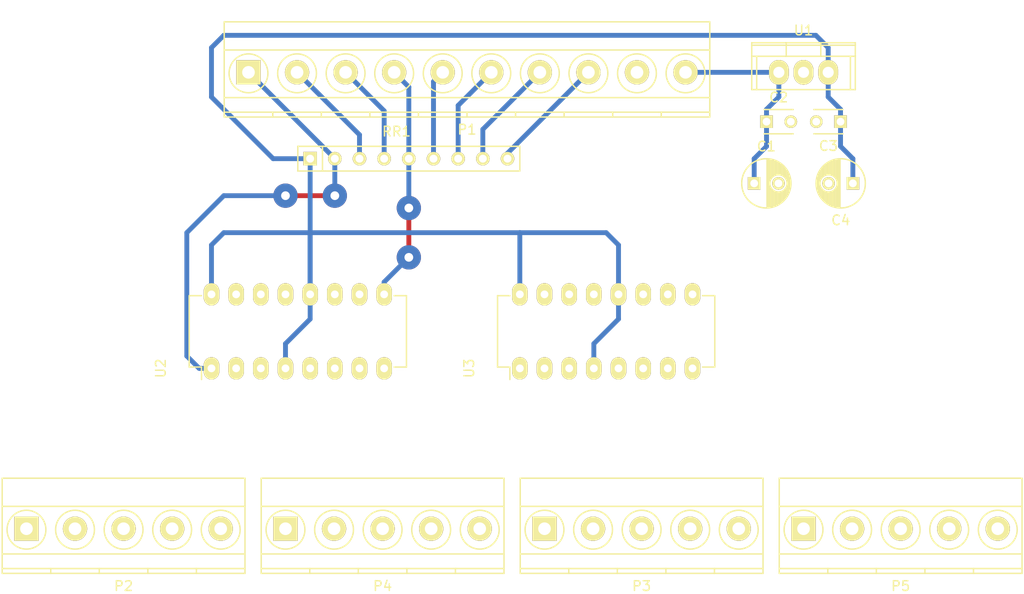
<source format=kicad_pcb>
(kicad_pcb (version 4) (host pcbnew 4.0.2+dfsg1-stable)

  (general
    (links 55)
    (no_connects 37)
    (area 0 0 0 0)
    (thickness 1.6)
    (drawings 0)
    (tracks 62)
    (zones 0)
    (modules 13)
    (nets 28)
  )

  (page A4)
  (layers
    (0 F.Cu signal)
    (31 B.Cu signal)
    (32 B.Adhes user)
    (33 F.Adhes user)
    (34 B.Paste user)
    (35 F.Paste user)
    (36 B.SilkS user)
    (37 F.SilkS user)
    (38 B.Mask user)
    (39 F.Mask user)
    (40 Dwgs.User user)
    (41 Cmts.User user)
    (42 Eco1.User user)
    (43 Eco2.User user)
    (44 Edge.Cuts user)
    (45 Margin user)
    (46 B.CrtYd user)
    (47 F.CrtYd user)
    (48 B.Fab user)
    (49 F.Fab user)
  )

  (setup
    (last_trace_width 0.5)
    (trace_clearance 0.5)
    (zone_clearance 0.508)
    (zone_45_only no)
    (trace_min 0.2)
    (segment_width 0.2)
    (edge_width 0.15)
    (via_size 2.5)
    (via_drill 0.9)
    (via_min_size 0.4)
    (via_min_drill 0.3)
    (uvia_size 0.3)
    (uvia_drill 0.1)
    (uvias_allowed no)
    (uvia_min_size 0.2)
    (uvia_min_drill 0.1)
    (pcb_text_width 0.3)
    (pcb_text_size 1.5 1.5)
    (mod_edge_width 0.15)
    (mod_text_size 1 1)
    (mod_text_width 0.15)
    (pad_size 1.524 1.524)
    (pad_drill 0.762)
    (pad_to_mask_clearance 0.2)
    (aux_axis_origin 0 0)
    (visible_elements FFFFFF7F)
    (pcbplotparams
      (layerselection 0x00030_80000001)
      (usegerberextensions false)
      (excludeedgelayer true)
      (linewidth 0.100000)
      (plotframeref false)
      (viasonmask false)
      (mode 1)
      (useauxorigin false)
      (hpglpennumber 1)
      (hpglpenspeed 20)
      (hpglpendiameter 15)
      (hpglpenoverlay 2)
      (psnegative false)
      (psa4output false)
      (plotreference true)
      (plotvalue true)
      (plotinvisibletext false)
      (padsonsilk false)
      (subtractmaskfromsilk false)
      (outputformat 1)
      (mirror false)
      (drillshape 1)
      (scaleselection 1)
      (outputdirectory ""))
  )

  (net 0 "")
  (net 1 GND)
  (net 2 +5V)
  (net 3 "Net-(C1-Pad1)")
  (net 4 /a_dir)
  (net 5 /a_step)
  (net 6 /z_dir)
  (net 7 /z_step)
  (net 8 /y_dir)
  (net 9 /y_step)
  (net 10 /x_step)
  (net 11 /x_dir)
  (net 12 /x_dir-)
  (net 13 /x_dir+)
  (net 14 /x_step+)
  (net 15 /x_step-)
  (net 16 /z_dir-)
  (net 17 /z_dir+)
  (net 18 /z_step+)
  (net 19 /z_step-)
  (net 20 /y_dir-)
  (net 21 /y_dir+)
  (net 22 /y_step+)
  (net 23 /y_step-)
  (net 24 /a_dir-)
  (net 25 /a_dir+)
  (net 26 /a_step+)
  (net 27 /a_step-)

  (net_class Default "This is the default net class."
    (clearance 0.5)
    (trace_width 0.5)
    (via_dia 2.5)
    (via_drill 0.9)
    (uvia_dia 0.3)
    (uvia_drill 0.1)
    (add_net +5V)
    (add_net /a_dir)
    (add_net /a_dir+)
    (add_net /a_dir-)
    (add_net /a_step)
    (add_net /a_step+)
    (add_net /a_step-)
    (add_net /x_dir)
    (add_net /x_dir+)
    (add_net /x_dir-)
    (add_net /x_step)
    (add_net /x_step+)
    (add_net /x_step-)
    (add_net /y_dir)
    (add_net /y_dir+)
    (add_net /y_dir-)
    (add_net /y_step)
    (add_net /y_step+)
    (add_net /y_step-)
    (add_net /z_dir)
    (add_net /z_dir+)
    (add_net /z_dir-)
    (add_net /z_step)
    (add_net /z_step+)
    (add_net /z_step-)
    (add_net GND)
    (add_net "Net-(C1-Pad1)")
  )

  (module Terminal_Blocks:TerminalBlock_Pheonix_MKDS1.5-10pol (layer F.Cu) (tedit 563004B8) (tstamp 58960365)
    (at 59.69 44.45)
    (descr "10-way 5mm pitch terminal block, Phoenix MKDS series")
    (path /589603B3)
    (fp_text reference P1 (at 22.5 5.9) (layer F.SilkS)
      (effects (font (size 1 1) (thickness 0.15)))
    )
    (fp_text value CONN_01X10 (at 22.5 -6.6) (layer F.Fab)
      (effects (font (size 1 1) (thickness 0.15)))
    )
    (fp_line (start -2.7 4.8) (end 47.7 4.8) (layer F.CrtYd) (width 0.05))
    (fp_line (start -2.7 -5.4) (end -2.7 4.8) (layer F.CrtYd) (width 0.05))
    (fp_line (start 47.7 -5.4) (end -2.7 -5.4) (layer F.CrtYd) (width 0.05))
    (fp_line (start 47.7 4.8) (end 47.7 -5.4) (layer F.CrtYd) (width 0.05))
    (fp_circle (center 45 0.1) (end 43 0.1) (layer F.SilkS) (width 0.15))
    (fp_line (start 42.5 4.1) (end 42.5 4.6) (layer F.SilkS) (width 0.15))
    (fp_line (start 37.5 4.1) (end 37.5 4.6) (layer F.SilkS) (width 0.15))
    (fp_circle (center 40 0.1) (end 38 0.1) (layer F.SilkS) (width 0.15))
    (fp_circle (center 35 0.1) (end 33 0.1) (layer F.SilkS) (width 0.15))
    (fp_line (start 32.5 4.1) (end 32.5 4.6) (layer F.SilkS) (width 0.15))
    (fp_line (start 27.5 4.1) (end 27.5 4.6) (layer F.SilkS) (width 0.15))
    (fp_circle (center 30 0.1) (end 28 0.1) (layer F.SilkS) (width 0.15))
    (fp_circle (center 25 0.1) (end 23 0.1) (layer F.SilkS) (width 0.15))
    (fp_line (start 22.5 4.1) (end 22.5 4.6) (layer F.SilkS) (width 0.15))
    (fp_line (start 17.5 4.1) (end 17.5 4.6) (layer F.SilkS) (width 0.15))
    (fp_circle (center 20 0.1) (end 18 0.1) (layer F.SilkS) (width 0.15))
    (fp_line (start 12.5 4.1) (end 12.5 4.6) (layer F.SilkS) (width 0.15))
    (fp_circle (center 15 0.1) (end 13 0.1) (layer F.SilkS) (width 0.15))
    (fp_circle (center 10 0.1) (end 8 0.1) (layer F.SilkS) (width 0.15))
    (fp_line (start 7.5 4.1) (end 7.5 4.6) (layer F.SilkS) (width 0.15))
    (fp_line (start 2.5 4.1) (end 2.5 4.6) (layer F.SilkS) (width 0.15))
    (fp_circle (center 5 0.1) (end 3 0.1) (layer F.SilkS) (width 0.15))
    (fp_circle (center 0 0.1) (end 2 0.1) (layer F.SilkS) (width 0.15))
    (fp_line (start -2.5 2.6) (end 47.5 2.6) (layer F.SilkS) (width 0.15))
    (fp_line (start -2.5 -2.3) (end 47.5 -2.3) (layer F.SilkS) (width 0.15))
    (fp_line (start -2.5 4.1) (end 47.5 4.1) (layer F.SilkS) (width 0.15))
    (fp_line (start -2.5 4.6) (end 47.5 4.6) (layer F.SilkS) (width 0.15))
    (fp_line (start 47.5 4.6) (end 47.5 -5.2) (layer F.SilkS) (width 0.15))
    (fp_line (start 47.5 -5.2) (end -2.5 -5.2) (layer F.SilkS) (width 0.15))
    (fp_line (start -2.5 -5.2) (end -2.5 4.6) (layer F.SilkS) (width 0.15))
    (pad 10 thru_hole circle (at 45 0) (size 2.5 2.5) (drill 1.3) (layers *.Cu *.Mask F.SilkS)
      (net 3 "Net-(C1-Pad1)"))
    (pad 9 thru_hole circle (at 40 0) (size 2.5 2.5) (drill 1.3) (layers *.Cu *.Mask F.SilkS)
      (net 1 GND))
    (pad 8 thru_hole circle (at 35 0) (size 2.5 2.5) (drill 1.3) (layers *.Cu *.Mask F.SilkS)
      (net 4 /a_dir))
    (pad 7 thru_hole circle (at 30 0) (size 2.5 2.5) (drill 1.3) (layers *.Cu *.Mask F.SilkS)
      (net 5 /a_step))
    (pad 6 thru_hole circle (at 25 0) (size 2.5 2.5) (drill 1.3) (layers *.Cu *.Mask F.SilkS)
      (net 6 /z_dir))
    (pad 5 thru_hole circle (at 20 0) (size 2.5 2.5) (drill 1.3) (layers *.Cu *.Mask F.SilkS)
      (net 7 /z_step))
    (pad 4 thru_hole circle (at 15 0) (size 2.5 2.5) (drill 1.3) (layers *.Cu *.Mask F.SilkS)
      (net 8 /y_dir))
    (pad 3 thru_hole circle (at 10 0) (size 2.5 2.5) (drill 1.3) (layers *.Cu *.Mask F.SilkS)
      (net 9 /y_step))
    (pad 1 thru_hole rect (at 0 0) (size 2.5 2.5) (drill 1.3) (layers *.Cu *.Mask F.SilkS)
      (net 10 /x_step))
    (pad 2 thru_hole circle (at 5 0) (size 2.5 2.5) (drill 1.3) (layers *.Cu *.Mask F.SilkS)
      (net 11 /x_dir))
    (model Terminal_Blocks.3dshapes/TerminalBlock_Pheonix_MKDS1.5-10pol.wrl
      (at (xyz 0.8858 0 0))
      (scale (xyz 1 1 1))
      (rotate (xyz 0 0 0))
    )
  )

  (module Terminal_Blocks:TerminalBlock_Pheonix_MKDS1.5-5pol (layer F.Cu) (tedit 5630087B) (tstamp 5896036E)
    (at 36.83 91.44)
    (descr "5-way 5mm pitch terminal block, Phoenix MKDS series")
    (path /5896046E)
    (fp_text reference P2 (at 10 5.9) (layer F.SilkS)
      (effects (font (size 1 1) (thickness 0.15)))
    )
    (fp_text value CONN_01X05 (at 10 -6.6) (layer F.Fab)
      (effects (font (size 1 1) (thickness 0.15)))
    )
    (fp_line (start -2.7 4.8) (end 22.7 4.8) (layer F.CrtYd) (width 0.05))
    (fp_line (start -2.7 -5.4) (end -2.7 4.8) (layer F.CrtYd) (width 0.05))
    (fp_line (start 22.7 -5.4) (end -2.7 -5.4) (layer F.CrtYd) (width 0.05))
    (fp_line (start 22.7 4.8) (end 22.7 -5.4) (layer F.CrtYd) (width 0.05))
    (fp_line (start 17.5 4.1) (end 17.5 4.6) (layer F.SilkS) (width 0.15))
    (fp_circle (center 20 0.1) (end 18 0.1) (layer F.SilkS) (width 0.15))
    (fp_line (start 12.5 4.1) (end 12.5 4.6) (layer F.SilkS) (width 0.15))
    (fp_circle (center 15 0.1) (end 13 0.1) (layer F.SilkS) (width 0.15))
    (fp_circle (center 10 0.1) (end 8 0.1) (layer F.SilkS) (width 0.15))
    (fp_line (start 7.5 4.1) (end 7.5 4.6) (layer F.SilkS) (width 0.15))
    (fp_line (start 2.5 4.1) (end 2.5 4.6) (layer F.SilkS) (width 0.15))
    (fp_circle (center 5 0.1) (end 3 0.1) (layer F.SilkS) (width 0.15))
    (fp_circle (center 0 0.1) (end 2 0.1) (layer F.SilkS) (width 0.15))
    (fp_line (start -2.5 2.6) (end 22.5 2.6) (layer F.SilkS) (width 0.15))
    (fp_line (start -2.5 -2.3) (end 22.5 -2.3) (layer F.SilkS) (width 0.15))
    (fp_line (start -2.5 4.1) (end 22.5 4.1) (layer F.SilkS) (width 0.15))
    (fp_line (start -2.5 4.6) (end 22.5 4.6) (layer F.SilkS) (width 0.15))
    (fp_line (start 22.5 4.6) (end 22.5 -5.2) (layer F.SilkS) (width 0.15))
    (fp_line (start 22.5 -5.2) (end -2.5 -5.2) (layer F.SilkS) (width 0.15))
    (fp_line (start -2.5 -5.2) (end -2.5 4.6) (layer F.SilkS) (width 0.15))
    (pad 5 thru_hole circle (at 20 0) (size 2.5 2.5) (drill 1.3) (layers *.Cu *.Mask F.SilkS)
      (net 1 GND))
    (pad 4 thru_hole circle (at 15 0) (size 2.5 2.5) (drill 1.3) (layers *.Cu *.Mask F.SilkS)
      (net 12 /x_dir-))
    (pad 3 thru_hole circle (at 10 0) (size 2.5 2.5) (drill 1.3) (layers *.Cu *.Mask F.SilkS)
      (net 13 /x_dir+))
    (pad 1 thru_hole rect (at 0 0) (size 2.5 2.5) (drill 1.3) (layers *.Cu *.Mask F.SilkS)
      (net 14 /x_step+))
    (pad 2 thru_hole circle (at 5 0) (size 2.5 2.5) (drill 1.3) (layers *.Cu *.Mask F.SilkS)
      (net 15 /x_step-))
    (model Terminal_Blocks.3dshapes/TerminalBlock_Pheonix_MKDS1.5-5pol.wrl
      (at (xyz 0.3937 0 0))
      (scale (xyz 1 1 1))
      (rotate (xyz 0 0 0))
    )
  )

  (module Terminal_Blocks:TerminalBlock_Pheonix_MKDS1.5-5pol (layer F.Cu) (tedit 5630087B) (tstamp 58960377)
    (at 90.17 91.44)
    (descr "5-way 5mm pitch terminal block, Phoenix MKDS series")
    (path /58962BE1)
    (fp_text reference P3 (at 10 5.9) (layer F.SilkS)
      (effects (font (size 1 1) (thickness 0.15)))
    )
    (fp_text value CONN_01X05 (at 10 -6.6) (layer F.Fab)
      (effects (font (size 1 1) (thickness 0.15)))
    )
    (fp_line (start -2.7 4.8) (end 22.7 4.8) (layer F.CrtYd) (width 0.05))
    (fp_line (start -2.7 -5.4) (end -2.7 4.8) (layer F.CrtYd) (width 0.05))
    (fp_line (start 22.7 -5.4) (end -2.7 -5.4) (layer F.CrtYd) (width 0.05))
    (fp_line (start 22.7 4.8) (end 22.7 -5.4) (layer F.CrtYd) (width 0.05))
    (fp_line (start 17.5 4.1) (end 17.5 4.6) (layer F.SilkS) (width 0.15))
    (fp_circle (center 20 0.1) (end 18 0.1) (layer F.SilkS) (width 0.15))
    (fp_line (start 12.5 4.1) (end 12.5 4.6) (layer F.SilkS) (width 0.15))
    (fp_circle (center 15 0.1) (end 13 0.1) (layer F.SilkS) (width 0.15))
    (fp_circle (center 10 0.1) (end 8 0.1) (layer F.SilkS) (width 0.15))
    (fp_line (start 7.5 4.1) (end 7.5 4.6) (layer F.SilkS) (width 0.15))
    (fp_line (start 2.5 4.1) (end 2.5 4.6) (layer F.SilkS) (width 0.15))
    (fp_circle (center 5 0.1) (end 3 0.1) (layer F.SilkS) (width 0.15))
    (fp_circle (center 0 0.1) (end 2 0.1) (layer F.SilkS) (width 0.15))
    (fp_line (start -2.5 2.6) (end 22.5 2.6) (layer F.SilkS) (width 0.15))
    (fp_line (start -2.5 -2.3) (end 22.5 -2.3) (layer F.SilkS) (width 0.15))
    (fp_line (start -2.5 4.1) (end 22.5 4.1) (layer F.SilkS) (width 0.15))
    (fp_line (start -2.5 4.6) (end 22.5 4.6) (layer F.SilkS) (width 0.15))
    (fp_line (start 22.5 4.6) (end 22.5 -5.2) (layer F.SilkS) (width 0.15))
    (fp_line (start 22.5 -5.2) (end -2.5 -5.2) (layer F.SilkS) (width 0.15))
    (fp_line (start -2.5 -5.2) (end -2.5 4.6) (layer F.SilkS) (width 0.15))
    (pad 5 thru_hole circle (at 20 0) (size 2.5 2.5) (drill 1.3) (layers *.Cu *.Mask F.SilkS)
      (net 1 GND))
    (pad 4 thru_hole circle (at 15 0) (size 2.5 2.5) (drill 1.3) (layers *.Cu *.Mask F.SilkS)
      (net 16 /z_dir-))
    (pad 3 thru_hole circle (at 10 0) (size 2.5 2.5) (drill 1.3) (layers *.Cu *.Mask F.SilkS)
      (net 17 /z_dir+))
    (pad 1 thru_hole rect (at 0 0) (size 2.5 2.5) (drill 1.3) (layers *.Cu *.Mask F.SilkS)
      (net 18 /z_step+))
    (pad 2 thru_hole circle (at 5 0) (size 2.5 2.5) (drill 1.3) (layers *.Cu *.Mask F.SilkS)
      (net 19 /z_step-))
    (model Terminal_Blocks.3dshapes/TerminalBlock_Pheonix_MKDS1.5-5pol.wrl
      (at (xyz 0.3937 0 0))
      (scale (xyz 1 1 1))
      (rotate (xyz 0 0 0))
    )
  )

  (module Terminal_Blocks:TerminalBlock_Pheonix_MKDS1.5-5pol (layer F.Cu) (tedit 5630087B) (tstamp 58960380)
    (at 63.5 91.44)
    (descr "5-way 5mm pitch terminal block, Phoenix MKDS series")
    (path /58960509)
    (fp_text reference P4 (at 10 5.9) (layer F.SilkS)
      (effects (font (size 1 1) (thickness 0.15)))
    )
    (fp_text value CONN_01X05 (at 10 -6.6) (layer F.Fab)
      (effects (font (size 1 1) (thickness 0.15)))
    )
    (fp_line (start -2.7 4.8) (end 22.7 4.8) (layer F.CrtYd) (width 0.05))
    (fp_line (start -2.7 -5.4) (end -2.7 4.8) (layer F.CrtYd) (width 0.05))
    (fp_line (start 22.7 -5.4) (end -2.7 -5.4) (layer F.CrtYd) (width 0.05))
    (fp_line (start 22.7 4.8) (end 22.7 -5.4) (layer F.CrtYd) (width 0.05))
    (fp_line (start 17.5 4.1) (end 17.5 4.6) (layer F.SilkS) (width 0.15))
    (fp_circle (center 20 0.1) (end 18 0.1) (layer F.SilkS) (width 0.15))
    (fp_line (start 12.5 4.1) (end 12.5 4.6) (layer F.SilkS) (width 0.15))
    (fp_circle (center 15 0.1) (end 13 0.1) (layer F.SilkS) (width 0.15))
    (fp_circle (center 10 0.1) (end 8 0.1) (layer F.SilkS) (width 0.15))
    (fp_line (start 7.5 4.1) (end 7.5 4.6) (layer F.SilkS) (width 0.15))
    (fp_line (start 2.5 4.1) (end 2.5 4.6) (layer F.SilkS) (width 0.15))
    (fp_circle (center 5 0.1) (end 3 0.1) (layer F.SilkS) (width 0.15))
    (fp_circle (center 0 0.1) (end 2 0.1) (layer F.SilkS) (width 0.15))
    (fp_line (start -2.5 2.6) (end 22.5 2.6) (layer F.SilkS) (width 0.15))
    (fp_line (start -2.5 -2.3) (end 22.5 -2.3) (layer F.SilkS) (width 0.15))
    (fp_line (start -2.5 4.1) (end 22.5 4.1) (layer F.SilkS) (width 0.15))
    (fp_line (start -2.5 4.6) (end 22.5 4.6) (layer F.SilkS) (width 0.15))
    (fp_line (start 22.5 4.6) (end 22.5 -5.2) (layer F.SilkS) (width 0.15))
    (fp_line (start 22.5 -5.2) (end -2.5 -5.2) (layer F.SilkS) (width 0.15))
    (fp_line (start -2.5 -5.2) (end -2.5 4.6) (layer F.SilkS) (width 0.15))
    (pad 5 thru_hole circle (at 20 0) (size 2.5 2.5) (drill 1.3) (layers *.Cu *.Mask F.SilkS)
      (net 1 GND))
    (pad 4 thru_hole circle (at 15 0) (size 2.5 2.5) (drill 1.3) (layers *.Cu *.Mask F.SilkS)
      (net 20 /y_dir-))
    (pad 3 thru_hole circle (at 10 0) (size 2.5 2.5) (drill 1.3) (layers *.Cu *.Mask F.SilkS)
      (net 21 /y_dir+))
    (pad 1 thru_hole rect (at 0 0) (size 2.5 2.5) (drill 1.3) (layers *.Cu *.Mask F.SilkS)
      (net 22 /y_step+))
    (pad 2 thru_hole circle (at 5 0) (size 2.5 2.5) (drill 1.3) (layers *.Cu *.Mask F.SilkS)
      (net 23 /y_step-))
    (model Terminal_Blocks.3dshapes/TerminalBlock_Pheonix_MKDS1.5-5pol.wrl
      (at (xyz 0.3937 0 0))
      (scale (xyz 1 1 1))
      (rotate (xyz 0 0 0))
    )
  )

  (module Terminal_Blocks:TerminalBlock_Pheonix_MKDS1.5-5pol (layer F.Cu) (tedit 5630087B) (tstamp 58960389)
    (at 116.84 91.44)
    (descr "5-way 5mm pitch terminal block, Phoenix MKDS series")
    (path /58962BE7)
    (fp_text reference P5 (at 10 5.9) (layer F.SilkS)
      (effects (font (size 1 1) (thickness 0.15)))
    )
    (fp_text value CONN_01X05 (at 10 -6.6) (layer F.Fab)
      (effects (font (size 1 1) (thickness 0.15)))
    )
    (fp_line (start -2.7 4.8) (end 22.7 4.8) (layer F.CrtYd) (width 0.05))
    (fp_line (start -2.7 -5.4) (end -2.7 4.8) (layer F.CrtYd) (width 0.05))
    (fp_line (start 22.7 -5.4) (end -2.7 -5.4) (layer F.CrtYd) (width 0.05))
    (fp_line (start 22.7 4.8) (end 22.7 -5.4) (layer F.CrtYd) (width 0.05))
    (fp_line (start 17.5 4.1) (end 17.5 4.6) (layer F.SilkS) (width 0.15))
    (fp_circle (center 20 0.1) (end 18 0.1) (layer F.SilkS) (width 0.15))
    (fp_line (start 12.5 4.1) (end 12.5 4.6) (layer F.SilkS) (width 0.15))
    (fp_circle (center 15 0.1) (end 13 0.1) (layer F.SilkS) (width 0.15))
    (fp_circle (center 10 0.1) (end 8 0.1) (layer F.SilkS) (width 0.15))
    (fp_line (start 7.5 4.1) (end 7.5 4.6) (layer F.SilkS) (width 0.15))
    (fp_line (start 2.5 4.1) (end 2.5 4.6) (layer F.SilkS) (width 0.15))
    (fp_circle (center 5 0.1) (end 3 0.1) (layer F.SilkS) (width 0.15))
    (fp_circle (center 0 0.1) (end 2 0.1) (layer F.SilkS) (width 0.15))
    (fp_line (start -2.5 2.6) (end 22.5 2.6) (layer F.SilkS) (width 0.15))
    (fp_line (start -2.5 -2.3) (end 22.5 -2.3) (layer F.SilkS) (width 0.15))
    (fp_line (start -2.5 4.1) (end 22.5 4.1) (layer F.SilkS) (width 0.15))
    (fp_line (start -2.5 4.6) (end 22.5 4.6) (layer F.SilkS) (width 0.15))
    (fp_line (start 22.5 4.6) (end 22.5 -5.2) (layer F.SilkS) (width 0.15))
    (fp_line (start 22.5 -5.2) (end -2.5 -5.2) (layer F.SilkS) (width 0.15))
    (fp_line (start -2.5 -5.2) (end -2.5 4.6) (layer F.SilkS) (width 0.15))
    (pad 5 thru_hole circle (at 20 0) (size 2.5 2.5) (drill 1.3) (layers *.Cu *.Mask F.SilkS)
      (net 1 GND))
    (pad 4 thru_hole circle (at 15 0) (size 2.5 2.5) (drill 1.3) (layers *.Cu *.Mask F.SilkS)
      (net 24 /a_dir-))
    (pad 3 thru_hole circle (at 10 0) (size 2.5 2.5) (drill 1.3) (layers *.Cu *.Mask F.SilkS)
      (net 25 /a_dir+))
    (pad 1 thru_hole rect (at 0 0) (size 2.5 2.5) (drill 1.3) (layers *.Cu *.Mask F.SilkS)
      (net 26 /a_step+))
    (pad 2 thru_hole circle (at 5 0) (size 2.5 2.5) (drill 1.3) (layers *.Cu *.Mask F.SilkS)
      (net 27 /a_step-))
    (model Terminal_Blocks.3dshapes/TerminalBlock_Pheonix_MKDS1.5-5pol.wrl
      (at (xyz 0.3937 0 0))
      (scale (xyz 1 1 1))
      (rotate (xyz 0 0 0))
    )
  )

  (module Power_Integrations:TO-220 (layer F.Cu) (tedit 0) (tstamp 58960390)
    (at 116.84 44.45)
    (descr "Non Isolated JEDEC TO-220 Package")
    (tags "Power Integration YN Package")
    (path /5896010F)
    (fp_text reference U1 (at 0 -4.318) (layer F.SilkS)
      (effects (font (size 1 1) (thickness 0.15)))
    )
    (fp_text value LM7805CT (at 0 -4.318) (layer F.Fab)
      (effects (font (size 1 1) (thickness 0.15)))
    )
    (fp_line (start 4.826 -1.651) (end 4.826 1.778) (layer F.SilkS) (width 0.15))
    (fp_line (start -4.826 -1.651) (end -4.826 1.778) (layer F.SilkS) (width 0.15))
    (fp_line (start 5.334 -2.794) (end -5.334 -2.794) (layer F.SilkS) (width 0.15))
    (fp_line (start 1.778 -1.778) (end 1.778 -3.048) (layer F.SilkS) (width 0.15))
    (fp_line (start -1.778 -1.778) (end -1.778 -3.048) (layer F.SilkS) (width 0.15))
    (fp_line (start -5.334 -1.651) (end 5.334 -1.651) (layer F.SilkS) (width 0.15))
    (fp_line (start 5.334 1.778) (end -5.334 1.778) (layer F.SilkS) (width 0.15))
    (fp_line (start -5.334 -3.048) (end -5.334 1.778) (layer F.SilkS) (width 0.15))
    (fp_line (start 5.334 -3.048) (end 5.334 1.778) (layer F.SilkS) (width 0.15))
    (fp_line (start 5.334 -3.048) (end -5.334 -3.048) (layer F.SilkS) (width 0.15))
    (pad 2 thru_hole oval (at 0 0) (size 2.032 2.54) (drill 1.143) (layers *.Cu *.Mask F.SilkS)
      (net 1 GND))
    (pad 3 thru_hole oval (at 2.54 0) (size 2.032 2.54) (drill 1.143) (layers *.Cu *.Mask F.SilkS)
      (net 2 +5V))
    (pad 1 thru_hole oval (at -2.54 0) (size 2.032 2.54) (drill 1.143) (layers *.Cu *.Mask F.SilkS)
      (net 3 "Net-(C1-Pad1)"))
  )

  (module Housings_DIP:DIP-16_W7.62mm_LongPads (layer F.Cu) (tedit 54130A77) (tstamp 589603A4)
    (at 55.88 74.93 90)
    (descr "16-lead dip package, row spacing 7.62 mm (300 mils), longer pads")
    (tags "dil dip 2.54 300")
    (path /5895FDC0)
    (fp_text reference U2 (at 0 -5.22 90) (layer F.SilkS)
      (effects (font (size 1 1) (thickness 0.15)))
    )
    (fp_text value SN75174N (at 0 -3.72 90) (layer F.Fab)
      (effects (font (size 1 1) (thickness 0.15)))
    )
    (fp_line (start -1.4 -2.45) (end -1.4 20.25) (layer F.CrtYd) (width 0.05))
    (fp_line (start 9 -2.45) (end 9 20.25) (layer F.CrtYd) (width 0.05))
    (fp_line (start -1.4 -2.45) (end 9 -2.45) (layer F.CrtYd) (width 0.05))
    (fp_line (start -1.4 20.25) (end 9 20.25) (layer F.CrtYd) (width 0.05))
    (fp_line (start 0.135 -2.295) (end 0.135 -1.025) (layer F.SilkS) (width 0.15))
    (fp_line (start 7.485 -2.295) (end 7.485 -1.025) (layer F.SilkS) (width 0.15))
    (fp_line (start 7.485 20.075) (end 7.485 18.805) (layer F.SilkS) (width 0.15))
    (fp_line (start 0.135 20.075) (end 0.135 18.805) (layer F.SilkS) (width 0.15))
    (fp_line (start 0.135 -2.295) (end 7.485 -2.295) (layer F.SilkS) (width 0.15))
    (fp_line (start 0.135 20.075) (end 7.485 20.075) (layer F.SilkS) (width 0.15))
    (fp_line (start 0.135 -1.025) (end -1.15 -1.025) (layer F.SilkS) (width 0.15))
    (pad 1 thru_hole oval (at 0 0 90) (size 2.3 1.6) (drill 0.8) (layers *.Cu *.Mask F.SilkS)
      (net 10 /x_step))
    (pad 2 thru_hole oval (at 0 2.54 90) (size 2.3 1.6) (drill 0.8) (layers *.Cu *.Mask F.SilkS)
      (net 14 /x_step+))
    (pad 3 thru_hole oval (at 0 5.08 90) (size 2.3 1.6) (drill 0.8) (layers *.Cu *.Mask F.SilkS)
      (net 15 /x_step-))
    (pad 4 thru_hole oval (at 0 7.62 90) (size 2.3 1.6) (drill 0.8) (layers *.Cu *.Mask F.SilkS)
      (net 2 +5V))
    (pad 5 thru_hole oval (at 0 10.16 90) (size 2.3 1.6) (drill 0.8) (layers *.Cu *.Mask F.SilkS)
      (net 12 /x_dir-))
    (pad 6 thru_hole oval (at 0 12.7 90) (size 2.3 1.6) (drill 0.8) (layers *.Cu *.Mask F.SilkS)
      (net 13 /x_dir+))
    (pad 7 thru_hole oval (at 0 15.24 90) (size 2.3 1.6) (drill 0.8) (layers *.Cu *.Mask F.SilkS)
      (net 11 /x_dir))
    (pad 8 thru_hole oval (at 0 17.78 90) (size 2.3 1.6) (drill 0.8) (layers *.Cu *.Mask F.SilkS)
      (net 1 GND))
    (pad 9 thru_hole oval (at 7.62 17.78 90) (size 2.3 1.6) (drill 0.8) (layers *.Cu *.Mask F.SilkS)
      (net 8 /y_dir))
    (pad 10 thru_hole oval (at 7.62 15.24 90) (size 2.3 1.6) (drill 0.8) (layers *.Cu *.Mask F.SilkS)
      (net 22 /y_step+))
    (pad 11 thru_hole oval (at 7.62 12.7 90) (size 2.3 1.6) (drill 0.8) (layers *.Cu *.Mask F.SilkS)
      (net 23 /y_step-))
    (pad 12 thru_hole oval (at 7.62 10.16 90) (size 2.3 1.6) (drill 0.8) (layers *.Cu *.Mask F.SilkS)
      (net 2 +5V))
    (pad 13 thru_hole oval (at 7.62 7.62 90) (size 2.3 1.6) (drill 0.8) (layers *.Cu *.Mask F.SilkS)
      (net 20 /y_dir-))
    (pad 14 thru_hole oval (at 7.62 5.08 90) (size 2.3 1.6) (drill 0.8) (layers *.Cu *.Mask F.SilkS)
      (net 21 /y_dir+))
    (pad 15 thru_hole oval (at 7.62 2.54 90) (size 2.3 1.6) (drill 0.8) (layers *.Cu *.Mask F.SilkS)
      (net 9 /y_step))
    (pad 16 thru_hole oval (at 7.62 0 90) (size 2.3 1.6) (drill 0.8) (layers *.Cu *.Mask F.SilkS)
      (net 2 +5V))
    (model Housings_DIP.3dshapes/DIP-16_W7.62mm_LongPads.wrl
      (at (xyz 0 0 0))
      (scale (xyz 1 1 1))
      (rotate (xyz 0 0 0))
    )
  )

  (module Housings_DIP:DIP-16_W7.62mm_LongPads (layer F.Cu) (tedit 54130A77) (tstamp 589603B8)
    (at 87.63 74.93 90)
    (descr "16-lead dip package, row spacing 7.62 mm (300 mils), longer pads")
    (tags "dil dip 2.54 300")
    (path /58962BDB)
    (fp_text reference U3 (at 0 -5.22 90) (layer F.SilkS)
      (effects (font (size 1 1) (thickness 0.15)))
    )
    (fp_text value SN75174N (at 0 -3.72 90) (layer F.Fab)
      (effects (font (size 1 1) (thickness 0.15)))
    )
    (fp_line (start -1.4 -2.45) (end -1.4 20.25) (layer F.CrtYd) (width 0.05))
    (fp_line (start 9 -2.45) (end 9 20.25) (layer F.CrtYd) (width 0.05))
    (fp_line (start -1.4 -2.45) (end 9 -2.45) (layer F.CrtYd) (width 0.05))
    (fp_line (start -1.4 20.25) (end 9 20.25) (layer F.CrtYd) (width 0.05))
    (fp_line (start 0.135 -2.295) (end 0.135 -1.025) (layer F.SilkS) (width 0.15))
    (fp_line (start 7.485 -2.295) (end 7.485 -1.025) (layer F.SilkS) (width 0.15))
    (fp_line (start 7.485 20.075) (end 7.485 18.805) (layer F.SilkS) (width 0.15))
    (fp_line (start 0.135 20.075) (end 0.135 18.805) (layer F.SilkS) (width 0.15))
    (fp_line (start 0.135 -2.295) (end 7.485 -2.295) (layer F.SilkS) (width 0.15))
    (fp_line (start 0.135 20.075) (end 7.485 20.075) (layer F.SilkS) (width 0.15))
    (fp_line (start 0.135 -1.025) (end -1.15 -1.025) (layer F.SilkS) (width 0.15))
    (pad 1 thru_hole oval (at 0 0 90) (size 2.3 1.6) (drill 0.8) (layers *.Cu *.Mask F.SilkS)
      (net 7 /z_step))
    (pad 2 thru_hole oval (at 0 2.54 90) (size 2.3 1.6) (drill 0.8) (layers *.Cu *.Mask F.SilkS)
      (net 18 /z_step+))
    (pad 3 thru_hole oval (at 0 5.08 90) (size 2.3 1.6) (drill 0.8) (layers *.Cu *.Mask F.SilkS)
      (net 19 /z_step-))
    (pad 4 thru_hole oval (at 0 7.62 90) (size 2.3 1.6) (drill 0.8) (layers *.Cu *.Mask F.SilkS)
      (net 2 +5V))
    (pad 5 thru_hole oval (at 0 10.16 90) (size 2.3 1.6) (drill 0.8) (layers *.Cu *.Mask F.SilkS)
      (net 16 /z_dir-))
    (pad 6 thru_hole oval (at 0 12.7 90) (size 2.3 1.6) (drill 0.8) (layers *.Cu *.Mask F.SilkS)
      (net 17 /z_dir+))
    (pad 7 thru_hole oval (at 0 15.24 90) (size 2.3 1.6) (drill 0.8) (layers *.Cu *.Mask F.SilkS)
      (net 6 /z_dir))
    (pad 8 thru_hole oval (at 0 17.78 90) (size 2.3 1.6) (drill 0.8) (layers *.Cu *.Mask F.SilkS)
      (net 1 GND))
    (pad 9 thru_hole oval (at 7.62 17.78 90) (size 2.3 1.6) (drill 0.8) (layers *.Cu *.Mask F.SilkS)
      (net 4 /a_dir))
    (pad 10 thru_hole oval (at 7.62 15.24 90) (size 2.3 1.6) (drill 0.8) (layers *.Cu *.Mask F.SilkS)
      (net 26 /a_step+))
    (pad 11 thru_hole oval (at 7.62 12.7 90) (size 2.3 1.6) (drill 0.8) (layers *.Cu *.Mask F.SilkS)
      (net 27 /a_step-))
    (pad 12 thru_hole oval (at 7.62 10.16 90) (size 2.3 1.6) (drill 0.8) (layers *.Cu *.Mask F.SilkS)
      (net 2 +5V))
    (pad 13 thru_hole oval (at 7.62 7.62 90) (size 2.3 1.6) (drill 0.8) (layers *.Cu *.Mask F.SilkS)
      (net 24 /a_dir-))
    (pad 14 thru_hole oval (at 7.62 5.08 90) (size 2.3 1.6) (drill 0.8) (layers *.Cu *.Mask F.SilkS)
      (net 25 /a_dir+))
    (pad 15 thru_hole oval (at 7.62 2.54 90) (size 2.3 1.6) (drill 0.8) (layers *.Cu *.Mask F.SilkS)
      (net 5 /a_step))
    (pad 16 thru_hole oval (at 7.62 0 90) (size 2.3 1.6) (drill 0.8) (layers *.Cu *.Mask F.SilkS)
      (net 2 +5V))
    (model Housings_DIP.3dshapes/DIP-16_W7.62mm_LongPads.wrl
      (at (xyz 0 0 0))
      (scale (xyz 1 1 1))
      (rotate (xyz 0 0 0))
    )
  )

  (module Capacitors_ThroughHole:C_Radial_D5_L6_P2.5 (layer F.Cu) (tedit 0) (tstamp 58964D61)
    (at 111.76 55.88)
    (descr "Radial Electrolytic Capacitor Diameter 5mm x Length 6mm, Pitch 2.5mm")
    (tags "Electrolytic Capacitor")
    (path /5896548D)
    (fp_text reference C1 (at 1.25 -3.8) (layer F.SilkS)
      (effects (font (size 1 1) (thickness 0.15)))
    )
    (fp_text value CP (at 1.25 3.8) (layer F.Fab)
      (effects (font (size 1 1) (thickness 0.15)))
    )
    (fp_line (start 1.325 -2.499) (end 1.325 2.499) (layer F.SilkS) (width 0.15))
    (fp_line (start 1.465 -2.491) (end 1.465 2.491) (layer F.SilkS) (width 0.15))
    (fp_line (start 1.605 -2.475) (end 1.605 -0.095) (layer F.SilkS) (width 0.15))
    (fp_line (start 1.605 0.095) (end 1.605 2.475) (layer F.SilkS) (width 0.15))
    (fp_line (start 1.745 -2.451) (end 1.745 -0.49) (layer F.SilkS) (width 0.15))
    (fp_line (start 1.745 0.49) (end 1.745 2.451) (layer F.SilkS) (width 0.15))
    (fp_line (start 1.885 -2.418) (end 1.885 -0.657) (layer F.SilkS) (width 0.15))
    (fp_line (start 1.885 0.657) (end 1.885 2.418) (layer F.SilkS) (width 0.15))
    (fp_line (start 2.025 -2.377) (end 2.025 -0.764) (layer F.SilkS) (width 0.15))
    (fp_line (start 2.025 0.764) (end 2.025 2.377) (layer F.SilkS) (width 0.15))
    (fp_line (start 2.165 -2.327) (end 2.165 -0.835) (layer F.SilkS) (width 0.15))
    (fp_line (start 2.165 0.835) (end 2.165 2.327) (layer F.SilkS) (width 0.15))
    (fp_line (start 2.305 -2.266) (end 2.305 -0.879) (layer F.SilkS) (width 0.15))
    (fp_line (start 2.305 0.879) (end 2.305 2.266) (layer F.SilkS) (width 0.15))
    (fp_line (start 2.445 -2.196) (end 2.445 -0.898) (layer F.SilkS) (width 0.15))
    (fp_line (start 2.445 0.898) (end 2.445 2.196) (layer F.SilkS) (width 0.15))
    (fp_line (start 2.585 -2.114) (end 2.585 -0.896) (layer F.SilkS) (width 0.15))
    (fp_line (start 2.585 0.896) (end 2.585 2.114) (layer F.SilkS) (width 0.15))
    (fp_line (start 2.725 -2.019) (end 2.725 -0.871) (layer F.SilkS) (width 0.15))
    (fp_line (start 2.725 0.871) (end 2.725 2.019) (layer F.SilkS) (width 0.15))
    (fp_line (start 2.865 -1.908) (end 2.865 -0.823) (layer F.SilkS) (width 0.15))
    (fp_line (start 2.865 0.823) (end 2.865 1.908) (layer F.SilkS) (width 0.15))
    (fp_line (start 3.005 -1.78) (end 3.005 -0.745) (layer F.SilkS) (width 0.15))
    (fp_line (start 3.005 0.745) (end 3.005 1.78) (layer F.SilkS) (width 0.15))
    (fp_line (start 3.145 -1.631) (end 3.145 -0.628) (layer F.SilkS) (width 0.15))
    (fp_line (start 3.145 0.628) (end 3.145 1.631) (layer F.SilkS) (width 0.15))
    (fp_line (start 3.285 -1.452) (end 3.285 -0.44) (layer F.SilkS) (width 0.15))
    (fp_line (start 3.285 0.44) (end 3.285 1.452) (layer F.SilkS) (width 0.15))
    (fp_line (start 3.425 -1.233) (end 3.425 1.233) (layer F.SilkS) (width 0.15))
    (fp_line (start 3.565 -0.944) (end 3.565 0.944) (layer F.SilkS) (width 0.15))
    (fp_line (start 3.705 -0.472) (end 3.705 0.472) (layer F.SilkS) (width 0.15))
    (fp_circle (center 2.5 0) (end 2.5 -0.9) (layer F.SilkS) (width 0.15))
    (fp_circle (center 1.25 0) (end 1.25 -2.5375) (layer F.SilkS) (width 0.15))
    (fp_circle (center 1.25 0) (end 1.25 -2.8) (layer F.CrtYd) (width 0.05))
    (pad 1 thru_hole rect (at 0 0) (size 1.3 1.3) (drill 0.8) (layers *.Cu *.Mask F.SilkS)
      (net 3 "Net-(C1-Pad1)"))
    (pad 2 thru_hole circle (at 2.5 0) (size 1.3 1.3) (drill 0.8) (layers *.Cu *.Mask F.SilkS)
      (net 1 GND))
    (model Capacitors_ThroughHole.3dshapes/C_Radial_D5_L6_P2.5.wrl
      (at (xyz 0.0492126 0 0))
      (scale (xyz 1 1 1))
      (rotate (xyz 0 0 90))
    )
  )

  (module Capacitors_ThroughHole:C_Disc_D3_P2.5 (layer F.Cu) (tedit 0) (tstamp 58964D6D)
    (at 113.03 49.53)
    (descr "Capacitor 3mm Disc, Pitch 2.5mm")
    (tags Capacitor)
    (path /58965220)
    (fp_text reference C2 (at 1.25 -2.5) (layer F.SilkS)
      (effects (font (size 1 1) (thickness 0.15)))
    )
    (fp_text value C (at 1.25 2.5) (layer F.Fab)
      (effects (font (size 1 1) (thickness 0.15)))
    )
    (fp_line (start -0.9 -1.5) (end 3.4 -1.5) (layer F.CrtYd) (width 0.05))
    (fp_line (start 3.4 -1.5) (end 3.4 1.5) (layer F.CrtYd) (width 0.05))
    (fp_line (start 3.4 1.5) (end -0.9 1.5) (layer F.CrtYd) (width 0.05))
    (fp_line (start -0.9 1.5) (end -0.9 -1.5) (layer F.CrtYd) (width 0.05))
    (fp_line (start -0.25 -1.25) (end 2.75 -1.25) (layer F.SilkS) (width 0.15))
    (fp_line (start 2.75 1.25) (end -0.25 1.25) (layer F.SilkS) (width 0.15))
    (pad 1 thru_hole rect (at 0 0) (size 1.3 1.3) (drill 0.8) (layers *.Cu *.Mask F.SilkS)
      (net 3 "Net-(C1-Pad1)"))
    (pad 2 thru_hole circle (at 2.5 0) (size 1.3 1.3) (drill 0.8001) (layers *.Cu *.Mask F.SilkS)
      (net 1 GND))
    (model Capacitors_ThroughHole.3dshapes/C_Disc_D3_P2.5.wrl
      (at (xyz 0.0492126 0 0))
      (scale (xyz 1 1 1))
      (rotate (xyz 0 0 0))
    )
  )

  (module Capacitors_ThroughHole:C_Disc_D3_P2.5 (layer F.Cu) (tedit 0) (tstamp 58964D79)
    (at 120.65 49.53 180)
    (descr "Capacitor 3mm Disc, Pitch 2.5mm")
    (tags Capacitor)
    (path /58965304)
    (fp_text reference C3 (at 1.25 -2.5 180) (layer F.SilkS)
      (effects (font (size 1 1) (thickness 0.15)))
    )
    (fp_text value C (at 1.25 2.5 180) (layer F.Fab)
      (effects (font (size 1 1) (thickness 0.15)))
    )
    (fp_line (start -0.9 -1.5) (end 3.4 -1.5) (layer F.CrtYd) (width 0.05))
    (fp_line (start 3.4 -1.5) (end 3.4 1.5) (layer F.CrtYd) (width 0.05))
    (fp_line (start 3.4 1.5) (end -0.9 1.5) (layer F.CrtYd) (width 0.05))
    (fp_line (start -0.9 1.5) (end -0.9 -1.5) (layer F.CrtYd) (width 0.05))
    (fp_line (start -0.25 -1.25) (end 2.75 -1.25) (layer F.SilkS) (width 0.15))
    (fp_line (start 2.75 1.25) (end -0.25 1.25) (layer F.SilkS) (width 0.15))
    (pad 1 thru_hole rect (at 0 0 180) (size 1.3 1.3) (drill 0.8) (layers *.Cu *.Mask F.SilkS)
      (net 2 +5V))
    (pad 2 thru_hole circle (at 2.5 0 180) (size 1.3 1.3) (drill 0.8001) (layers *.Cu *.Mask F.SilkS)
      (net 1 GND))
    (model Capacitors_ThroughHole.3dshapes/C_Disc_D3_P2.5.wrl
      (at (xyz 0.0492126 0 0))
      (scale (xyz 1 1 1))
      (rotate (xyz 0 0 0))
    )
  )

  (module Capacitors_ThroughHole:C_Radial_D5_L6_P2.5 (layer F.Cu) (tedit 0) (tstamp 58964DA1)
    (at 121.92 55.88 180)
    (descr "Radial Electrolytic Capacitor Diameter 5mm x Length 6mm, Pitch 2.5mm")
    (tags "Electrolytic Capacitor")
    (path /589653B3)
    (fp_text reference C4 (at 1.25 -3.8 180) (layer F.SilkS)
      (effects (font (size 1 1) (thickness 0.15)))
    )
    (fp_text value CP (at 1.25 3.8 180) (layer F.Fab)
      (effects (font (size 1 1) (thickness 0.15)))
    )
    (fp_line (start 1.325 -2.499) (end 1.325 2.499) (layer F.SilkS) (width 0.15))
    (fp_line (start 1.465 -2.491) (end 1.465 2.491) (layer F.SilkS) (width 0.15))
    (fp_line (start 1.605 -2.475) (end 1.605 -0.095) (layer F.SilkS) (width 0.15))
    (fp_line (start 1.605 0.095) (end 1.605 2.475) (layer F.SilkS) (width 0.15))
    (fp_line (start 1.745 -2.451) (end 1.745 -0.49) (layer F.SilkS) (width 0.15))
    (fp_line (start 1.745 0.49) (end 1.745 2.451) (layer F.SilkS) (width 0.15))
    (fp_line (start 1.885 -2.418) (end 1.885 -0.657) (layer F.SilkS) (width 0.15))
    (fp_line (start 1.885 0.657) (end 1.885 2.418) (layer F.SilkS) (width 0.15))
    (fp_line (start 2.025 -2.377) (end 2.025 -0.764) (layer F.SilkS) (width 0.15))
    (fp_line (start 2.025 0.764) (end 2.025 2.377) (layer F.SilkS) (width 0.15))
    (fp_line (start 2.165 -2.327) (end 2.165 -0.835) (layer F.SilkS) (width 0.15))
    (fp_line (start 2.165 0.835) (end 2.165 2.327) (layer F.SilkS) (width 0.15))
    (fp_line (start 2.305 -2.266) (end 2.305 -0.879) (layer F.SilkS) (width 0.15))
    (fp_line (start 2.305 0.879) (end 2.305 2.266) (layer F.SilkS) (width 0.15))
    (fp_line (start 2.445 -2.196) (end 2.445 -0.898) (layer F.SilkS) (width 0.15))
    (fp_line (start 2.445 0.898) (end 2.445 2.196) (layer F.SilkS) (width 0.15))
    (fp_line (start 2.585 -2.114) (end 2.585 -0.896) (layer F.SilkS) (width 0.15))
    (fp_line (start 2.585 0.896) (end 2.585 2.114) (layer F.SilkS) (width 0.15))
    (fp_line (start 2.725 -2.019) (end 2.725 -0.871) (layer F.SilkS) (width 0.15))
    (fp_line (start 2.725 0.871) (end 2.725 2.019) (layer F.SilkS) (width 0.15))
    (fp_line (start 2.865 -1.908) (end 2.865 -0.823) (layer F.SilkS) (width 0.15))
    (fp_line (start 2.865 0.823) (end 2.865 1.908) (layer F.SilkS) (width 0.15))
    (fp_line (start 3.005 -1.78) (end 3.005 -0.745) (layer F.SilkS) (width 0.15))
    (fp_line (start 3.005 0.745) (end 3.005 1.78) (layer F.SilkS) (width 0.15))
    (fp_line (start 3.145 -1.631) (end 3.145 -0.628) (layer F.SilkS) (width 0.15))
    (fp_line (start 3.145 0.628) (end 3.145 1.631) (layer F.SilkS) (width 0.15))
    (fp_line (start 3.285 -1.452) (end 3.285 -0.44) (layer F.SilkS) (width 0.15))
    (fp_line (start 3.285 0.44) (end 3.285 1.452) (layer F.SilkS) (width 0.15))
    (fp_line (start 3.425 -1.233) (end 3.425 1.233) (layer F.SilkS) (width 0.15))
    (fp_line (start 3.565 -0.944) (end 3.565 0.944) (layer F.SilkS) (width 0.15))
    (fp_line (start 3.705 -0.472) (end 3.705 0.472) (layer F.SilkS) (width 0.15))
    (fp_circle (center 2.5 0) (end 2.5 -0.9) (layer F.SilkS) (width 0.15))
    (fp_circle (center 1.25 0) (end 1.25 -2.5375) (layer F.SilkS) (width 0.15))
    (fp_circle (center 1.25 0) (end 1.25 -2.8) (layer F.CrtYd) (width 0.05))
    (pad 1 thru_hole rect (at 0 0 180) (size 1.3 1.3) (drill 0.8) (layers *.Cu *.Mask F.SilkS)
      (net 2 +5V))
    (pad 2 thru_hole circle (at 2.5 0 180) (size 1.3 1.3) (drill 0.8) (layers *.Cu *.Mask F.SilkS)
      (net 1 GND))
    (model Capacitors_ThroughHole.3dshapes/C_Radial_D5_L6_P2.5.wrl
      (at (xyz 0.0492126 0 0))
      (scale (xyz 1 1 1))
      (rotate (xyz 0 0 90))
    )
  )

  (module Resistors_ThroughHole:Resistor_Array_SIP8 (layer F.Cu) (tedit 0) (tstamp 58964DB3)
    (at 76.2 53.34)
    (descr "8 R pack")
    (tags R)
    (path /58966420)
    (fp_text reference RR1 (at -1.27 -2.794) (layer F.SilkS)
      (effects (font (size 1 1) (thickness 0.15)))
    )
    (fp_text value RR8 (at 0 2.032) (layer F.Fab)
      (effects (font (size 1 1) (thickness 0.15)))
    )
    (fp_line (start 11.43 -1.27) (end 11.43 1.27) (layer F.SilkS) (width 0.15))
    (fp_line (start 11.43 1.27) (end -11.43 1.27) (layer F.SilkS) (width 0.15))
    (fp_line (start -11.43 1.27) (end -11.43 -1.27) (layer F.SilkS) (width 0.15))
    (fp_line (start 11.43 -1.27) (end -11.43 -1.27) (layer F.SilkS) (width 0.15))
    (fp_line (start -8.89 -1.27) (end -8.89 1.27) (layer F.SilkS) (width 0.15))
    (pad 1 thru_hole rect (at -10.16 0) (size 1.397 1.397) (drill 0.8128) (layers *.Cu *.Mask F.SilkS)
      (net 2 +5V))
    (pad 2 thru_hole circle (at -7.62 0) (size 1.397 1.397) (drill 0.8128) (layers *.Cu *.Mask F.SilkS)
      (net 10 /x_step))
    (pad 3 thru_hole circle (at -5.08 0) (size 1.397 1.397) (drill 0.8128) (layers *.Cu *.Mask F.SilkS)
      (net 11 /x_dir))
    (pad 4 thru_hole circle (at -2.54 0) (size 1.397 1.397) (drill 0.8128) (layers *.Cu *.Mask F.SilkS)
      (net 9 /y_step))
    (pad 5 thru_hole circle (at 0 0) (size 1.397 1.397) (drill 0.8128) (layers *.Cu *.Mask F.SilkS)
      (net 8 /y_dir))
    (pad 6 thru_hole circle (at 2.54 0) (size 1.397 1.397) (drill 0.8128) (layers *.Cu *.Mask F.SilkS)
      (net 7 /z_step))
    (pad 7 thru_hole circle (at 5.08 0) (size 1.397 1.397) (drill 0.8128) (layers *.Cu *.Mask F.SilkS)
      (net 6 /z_dir))
    (pad 8 thru_hole circle (at 7.62 0) (size 1.397 1.397) (drill 0.8128) (layers *.Cu *.Mask F.SilkS)
      (net 5 /a_step))
    (pad 9 thru_hole circle (at 10.16 0) (size 1.397 1.397) (drill 0.8128) (layers *.Cu *.Mask F.SilkS)
      (net 4 /a_dir))
    (model Resistors_ThroughHole.3dshapes/Resistor_Array_SIP8.wrl
      (at (xyz 0 0 0))
      (scale (xyz 1 1 1))
      (rotate (xyz 0 0 0))
    )
  )

  (segment (start 87.63 60.96) (end 96.52 60.96) (width 0.5) (layer B.Cu) (net 2))
  (segment (start 95.25 72.39) (end 95.25 74.93) (width 0.5) (layer B.Cu) (net 2) (tstamp 5896558E) (status 800000))
  (segment (start 97.79 69.85) (end 95.25 72.39) (width 0.5) (layer B.Cu) (net 2) (tstamp 5896558C))
  (segment (start 97.79 62.23) (end 97.79 69.85) (width 0.5) (layer B.Cu) (net 2) (tstamp 5896558B))
  (segment (start 96.52 60.96) (end 97.79 62.23) (width 0.5) (layer B.Cu) (net 2) (tstamp 58965588))
  (segment (start 66.04 60.96) (end 87.63 60.96) (width 0.5) (layer B.Cu) (net 2))
  (segment (start 87.63 60.96) (end 87.63 67.31) (width 0.5) (layer B.Cu) (net 2) (tstamp 5896557F) (status 800000))
  (segment (start 66.04 67.31) (end 66.04 69.85) (width 0.5) (layer B.Cu) (net 2) (status 400000))
  (segment (start 63.5 72.39) (end 63.5 74.93) (width 0.5) (layer B.Cu) (net 2) (tstamp 58965573) (status 800000))
  (segment (start 66.04 69.85) (end 63.5 72.39) (width 0.5) (layer B.Cu) (net 2) (tstamp 5896556F))
  (segment (start 66.04 53.34) (end 66.04 67.31) (width 0.5) (layer B.Cu) (net 2) (status C00000))
  (segment (start 66.04 67.31) (end 66.04 60.96) (width 0.5) (layer B.Cu) (net 2) (tstamp 58965535) (status 400000))
  (segment (start 55.88 62.23) (end 55.88 67.31) (width 0.5) (layer B.Cu) (net 2) (tstamp 58965565) (status 800000))
  (segment (start 57.15 60.96) (end 55.88 62.23) (width 0.5) (layer B.Cu) (net 2) (tstamp 5896555F))
  (segment (start 66.04 60.96) (end 57.15 60.96) (width 0.5) (layer B.Cu) (net 2) (tstamp 58965536))
  (segment (start 66.04 53.34) (end 62.23 53.34) (width 0.5) (layer B.Cu) (net 2))
  (segment (start 121.92 53.34) (end 121.92 55.88) (width 0.5) (layer B.Cu) (net 2) (tstamp 5896506A))
  (segment (start 120.65 52.07) (end 121.92 53.34) (width 0.5) (layer B.Cu) (net 2) (tstamp 58965066))
  (segment (start 120.65 48.26) (end 120.65 52.07) (width 0.5) (layer B.Cu) (net 2) (tstamp 58965065))
  (segment (start 119.38 46.99) (end 120.65 48.26) (width 0.5) (layer B.Cu) (net 2) (tstamp 5896505F))
  (segment (start 119.38 41.91) (end 119.38 46.99) (width 0.5) (layer B.Cu) (net 2) (tstamp 5896505E))
  (segment (start 118.11 40.64) (end 119.38 41.91) (width 0.5) (layer B.Cu) (net 2) (tstamp 58965055))
  (segment (start 57.15 40.64) (end 118.11 40.64) (width 0.5) (layer B.Cu) (net 2) (tstamp 58965048))
  (segment (start 55.88 41.91) (end 57.15 40.64) (width 0.5) (layer B.Cu) (net 2) (tstamp 5896503C))
  (segment (start 55.88 46.99) (end 55.88 41.91) (width 0.5) (layer B.Cu) (net 2) (tstamp 5896503A))
  (segment (start 62.23 53.34) (end 55.88 46.99) (width 0.5) (layer B.Cu) (net 2) (tstamp 5896502F))
  (segment (start 104.69 44.45) (end 114.3 44.45) (width 0.5) (layer B.Cu) (net 3))
  (segment (start 114.3 44.45) (end 114.3 46.99) (width 0.5) (layer B.Cu) (net 3))
  (segment (start 111.76 53.34) (end 111.76 55.88) (width 0.5) (layer B.Cu) (net 3) (tstamp 5896507E))
  (segment (start 113.03 52.07) (end 111.76 53.34) (width 0.5) (layer B.Cu) (net 3) (tstamp 5896507B))
  (segment (start 113.03 48.26) (end 113.03 52.07) (width 0.5) (layer B.Cu) (net 3) (tstamp 5896507A))
  (segment (start 114.3 46.99) (end 113.03 48.26) (width 0.5) (layer B.Cu) (net 3) (tstamp 58965076))
  (segment (start 86.36 53.34) (end 86.36 52.78) (width 0.5) (layer B.Cu) (net 4))
  (segment (start 86.36 52.78) (end 94.69 44.45) (width 0.5) (layer B.Cu) (net 4) (tstamp 5896500F))
  (segment (start 83.82 53.34) (end 83.82 50.32) (width 0.5) (layer B.Cu) (net 5))
  (segment (start 83.82 50.32) (end 89.69 44.45) (width 0.5) (layer B.Cu) (net 5) (tstamp 5896500B))
  (segment (start 81.28 53.34) (end 81.28 47.86) (width 0.5) (layer B.Cu) (net 6))
  (segment (start 81.28 47.86) (end 84.69 44.45) (width 0.5) (layer B.Cu) (net 6) (tstamp 58965005))
  (segment (start 78.74 53.34) (end 78.74 45.4) (width 0.5) (layer B.Cu) (net 7))
  (segment (start 78.74 45.4) (end 79.69 44.45) (width 0.5) (layer B.Cu) (net 7) (tstamp 58964FEC))
  (segment (start 76.2 53.34) (end 76.2 58.42) (width 0.5) (layer B.Cu) (net 8) (status 400000))
  (segment (start 73.66 66.04) (end 73.66 67.31) (width 0.5) (layer B.Cu) (net 8) (tstamp 589655EC) (status 800000))
  (segment (start 76.2 63.5) (end 73.66 66.04) (width 0.5) (layer B.Cu) (net 8) (tstamp 589655EB))
  (via (at 76.2 63.5) (size 2.5) (drill 0.9) (layers F.Cu B.Cu) (net 8))
  (segment (start 76.2 58.42) (end 76.2 63.5) (width 0.5) (layer F.Cu) (net 8) (tstamp 589655E8))
  (via (at 76.2 58.42) (size 2.5) (drill 0.9) (layers F.Cu B.Cu) (net 8))
  (segment (start 76.2 53.34) (end 76.2 45.96) (width 0.5) (layer B.Cu) (net 8))
  (segment (start 76.2 45.96) (end 74.69 44.45) (width 0.5) (layer B.Cu) (net 8) (tstamp 58964FE9))
  (segment (start 73.66 53.34) (end 73.66 48.42) (width 0.5) (layer B.Cu) (net 9))
  (segment (start 73.66 48.42) (end 69.69 44.45) (width 0.5) (layer B.Cu) (net 9) (tstamp 58964FE5))
  (segment (start 68.58 53.34) (end 68.58 57.15) (width 0.5) (layer B.Cu) (net 10) (status 400000))
  (segment (start 54.61 74.93) (end 55.88 74.93) (width 0.5) (layer B.Cu) (net 10) (tstamp 58965638) (status 800000))
  (segment (start 53.34 73.66) (end 54.61 74.93) (width 0.5) (layer B.Cu) (net 10) (tstamp 58965636))
  (segment (start 53.34 60.96) (end 53.34 73.66) (width 0.5) (layer B.Cu) (net 10) (tstamp 5896562F))
  (segment (start 57.15 57.15) (end 53.34 60.96) (width 0.5) (layer B.Cu) (net 10) (tstamp 5896562E))
  (segment (start 63.5 57.15) (end 57.15 57.15) (width 0.5) (layer B.Cu) (net 10) (tstamp 5896562D))
  (via (at 63.5 57.15) (size 2.5) (drill 0.9) (layers F.Cu B.Cu) (net 10))
  (segment (start 68.58 57.15) (end 63.5 57.15) (width 0.5) (layer F.Cu) (net 10) (tstamp 5896562A))
  (via (at 68.58 57.15) (size 2.5) (drill 0.9) (layers F.Cu B.Cu) (net 10))
  (segment (start 68.58 53.34) (end 59.69 44.45) (width 0.5) (layer B.Cu) (net 10))
  (segment (start 71.12 53.34) (end 71.12 50.88) (width 0.5) (layer B.Cu) (net 11))
  (segment (start 71.12 50.88) (end 64.69 44.45) (width 0.5) (layer B.Cu) (net 11) (tstamp 58964FDF))

)

</source>
